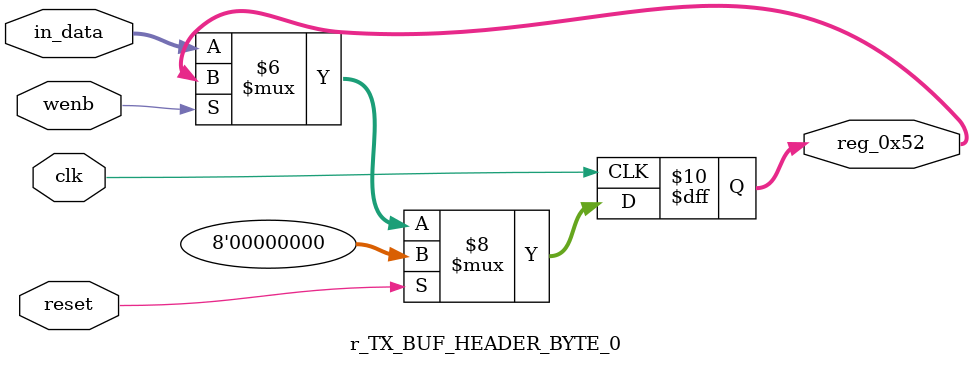
<source format=v>
module r_TX_BUF_HEADER_BYTE_0(output reg [7:0] reg_0x52, input wire reset, input wire wenb, input wire [7:0] in_data, input wire clk);
	always@(posedge clk)
	begin
		if(reset==0) begin
			if(wenb==0)
				reg_0x52<=in_data;
			else
				reg_0x52<=reg_0x52;
		end
		else
			reg_0x52<=8'h00;
	end
endmodule
</source>
